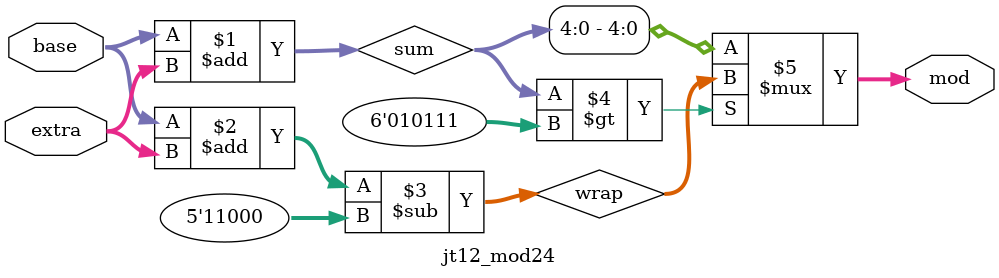
<source format=v>
`timescale 1ns / 1ps

module jt12_mod24(
	input	[4:0] base,
	input	[3:0] extra,
	output  [4:0] mod
);

wire [5:0]  sum = base+extra;
wire [4:0] wrap = base+extra-5'd24;

assign mod = sum > 6'd23 ? wrap : sum[4:0];

endmodule

</source>
